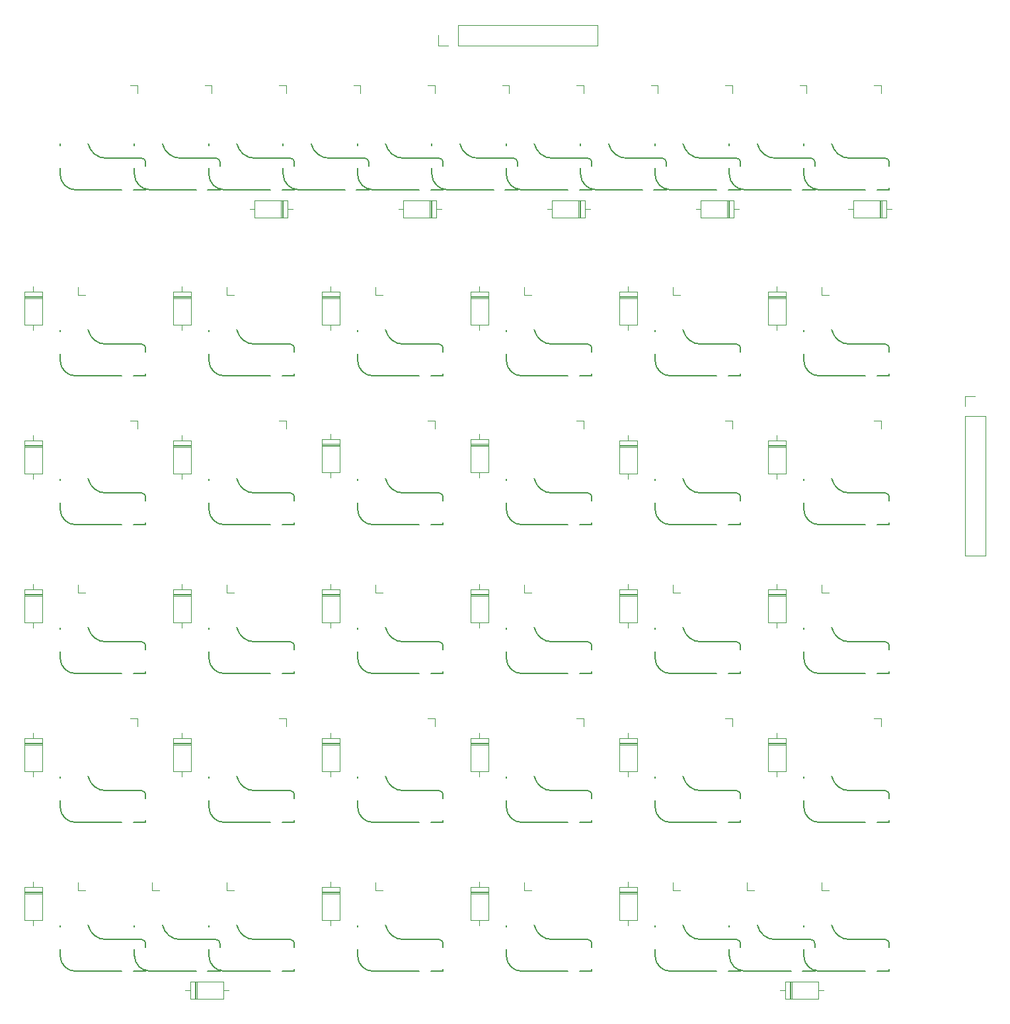
<source format=gbr>
%TF.GenerationSoftware,KiCad,Pcbnew,(6.0.9)*%
%TF.CreationDate,2022-11-26T17:52:30+01:00*%
%TF.ProjectId,tekskey,74656b73-6b65-4792-9e6b-696361645f70,rev?*%
%TF.SameCoordinates,Original*%
%TF.FileFunction,Legend,Top*%
%TF.FilePolarity,Positive*%
%FSLAX46Y46*%
G04 Gerber Fmt 4.6, Leading zero omitted, Abs format (unit mm)*
G04 Created by KiCad (PCBNEW (6.0.9)) date 2022-11-26 17:52:30*
%MOMM*%
%LPD*%
G01*
G04 APERTURE LIST*
%ADD10C,0.120000*%
%ADD11C,0.150000*%
G04 APERTURE END LIST*
D10*
%TO.C,LED10*%
X43825000Y-57650000D02*
X43825000Y-58650000D01*
X43825000Y-58650000D02*
X44725000Y-58650000D01*
D11*
%TO.C,SW10*%
X41539824Y-66180220D02*
X41539824Y-66980220D01*
X52489824Y-65900220D02*
X52489824Y-65430220D01*
X52489824Y-68980220D02*
X52489824Y-68750220D01*
X41539824Y-63330220D02*
X41539824Y-63090220D01*
X51989824Y-64930220D02*
X47425000Y-64930220D01*
X43539824Y-68980220D02*
X49439824Y-68980220D01*
X50939824Y-68980220D02*
X52489824Y-68980220D01*
X45130678Y-63090220D02*
G75*
G03*
X47425000Y-64930220I2293456J509332D01*
G01*
X52489824Y-65430220D02*
G75*
G03*
X51989824Y-64930220I-500001J-1D01*
G01*
X41539830Y-66980220D02*
G75*
G03*
X43539824Y-68980220I1999990J-10D01*
G01*
D10*
%TO.C,D1*%
X39220000Y-58805000D02*
X36980000Y-58805000D01*
X38100000Y-57555000D02*
X38100000Y-58205000D01*
X36980000Y-62445000D02*
X39220000Y-62445000D01*
X39220000Y-62445000D02*
X39220000Y-58205000D01*
X38100000Y-63095000D02*
X38100000Y-62445000D01*
X39220000Y-58205000D02*
X36980000Y-58205000D01*
X39220000Y-59045000D02*
X36980000Y-59045000D01*
X39220000Y-58925000D02*
X36980000Y-58925000D01*
X36980000Y-58205000D02*
X36980000Y-62445000D01*
D11*
%TO.C,SW51B1*%
X62014824Y-145180220D02*
X62014824Y-144950220D01*
X62014824Y-142100220D02*
X62014824Y-141630220D01*
X60464824Y-145180220D02*
X62014824Y-145180220D01*
X51064824Y-139530220D02*
X51064824Y-139290220D01*
X51064824Y-142380220D02*
X51064824Y-143180220D01*
X53064824Y-145180220D02*
X58964824Y-145180220D01*
X61514824Y-141130220D02*
X56950000Y-141130220D01*
X51064820Y-143180220D02*
G75*
G03*
X53064824Y-145180220I2000000J0D01*
G01*
X54655678Y-139290220D02*
G75*
G03*
X56950000Y-141130220I2293456J509332D01*
G01*
X62014824Y-141630220D02*
G75*
G03*
X61514824Y-141130220I-500001J-1D01*
G01*
D10*
%TO.C,LED54*%
X120025000Y-134850000D02*
X120925000Y-134850000D01*
X120025000Y-133850000D02*
X120025000Y-134850000D01*
%TO.C,D22*%
X96370000Y-115955000D02*
X94130000Y-115955000D01*
X94130000Y-115355000D02*
X94130000Y-119595000D01*
X96370000Y-116195000D02*
X94130000Y-116195000D01*
X94130000Y-119595000D02*
X96370000Y-119595000D01*
X96370000Y-115355000D02*
X94130000Y-115355000D01*
X96370000Y-119595000D02*
X96370000Y-115355000D01*
X96370000Y-116075000D02*
X94130000Y-116075000D01*
X95250000Y-120245000D02*
X95250000Y-119595000D01*
X95250000Y-114705000D02*
X95250000Y-115355000D01*
%TO.C,D32*%
X70700000Y-46505000D02*
X66460000Y-46505000D01*
X70100000Y-48745000D02*
X70100000Y-46505000D01*
X71350000Y-47625000D02*
X70700000Y-47625000D01*
X66460000Y-46505000D02*
X66460000Y-48745000D01*
X69860000Y-48745000D02*
X69860000Y-46505000D01*
X65810000Y-47625000D02*
X66460000Y-47625000D01*
X69980000Y-48745000D02*
X69980000Y-46505000D01*
X66460000Y-48745000D02*
X70700000Y-48745000D01*
X70700000Y-48745000D02*
X70700000Y-46505000D01*
%TO.C,LED32*%
X81925000Y-96750000D02*
X82825000Y-96750000D01*
X81925000Y-95750000D02*
X81925000Y-96750000D01*
%TO.C,LED1B1*%
X80000000Y-31837500D02*
X79100000Y-31837500D01*
X80000000Y-32837500D02*
X80000000Y-31837500D01*
%TO.C,LED34*%
X120025000Y-95750000D02*
X120025000Y-96750000D01*
X120025000Y-96750000D02*
X120925000Y-96750000D01*
%TO.C,D23*%
X113180000Y-115355000D02*
X113180000Y-119595000D01*
X114300000Y-120245000D02*
X114300000Y-119595000D01*
X115420000Y-116195000D02*
X113180000Y-116195000D01*
X113180000Y-119595000D02*
X115420000Y-119595000D01*
X115420000Y-115955000D02*
X113180000Y-115955000D01*
X115420000Y-119595000D02*
X115420000Y-115355000D01*
X115420000Y-115355000D02*
X113180000Y-115355000D01*
X114300000Y-114705000D02*
X114300000Y-115355000D01*
X115420000Y-116075000D02*
X113180000Y-116075000D01*
%TO.C,LED13*%
X100975000Y-57650000D02*
X100975000Y-58650000D01*
X100975000Y-58650000D02*
X101875000Y-58650000D01*
D11*
%TO.C,SW45*%
X146189824Y-126130220D02*
X147739824Y-126130220D01*
X138789824Y-126130220D02*
X144689824Y-126130220D01*
X147239824Y-122080220D02*
X142675000Y-122080220D01*
X147739824Y-123050220D02*
X147739824Y-122580220D01*
X136789824Y-120480220D02*
X136789824Y-120240220D01*
X136789824Y-123330220D02*
X136789824Y-124130220D01*
X147739824Y-126130220D02*
X147739824Y-125900220D01*
X136789820Y-124130220D02*
G75*
G03*
X138789824Y-126130220I2000000J0D01*
G01*
X147739824Y-122580220D02*
G75*
G03*
X147239824Y-122080220I-500001J-1D01*
G01*
X140380678Y-120240220D02*
G75*
G03*
X142675000Y-122080220I2293456J509332D01*
G01*
%TO.C,SW33*%
X98689824Y-104280220D02*
X98689824Y-105080220D01*
X108089824Y-107080220D02*
X109639824Y-107080220D01*
X109639824Y-107080220D02*
X109639824Y-106850220D01*
X100689824Y-107080220D02*
X106589824Y-107080220D01*
X109639824Y-104000220D02*
X109639824Y-103530220D01*
X98689824Y-101430220D02*
X98689824Y-101190220D01*
X109139824Y-103030220D02*
X104575000Y-103030220D01*
X102280678Y-101190220D02*
G75*
G03*
X104575000Y-103030220I2293456J509332D01*
G01*
X109639824Y-103530220D02*
G75*
G03*
X109139824Y-103030220I-500001J-1D01*
G01*
X98689820Y-105080220D02*
G75*
G03*
X100689824Y-107080220I2000000J0D01*
G01*
%TO.C,SW15*%
X147239824Y-64930220D02*
X142675000Y-64930220D01*
X136789824Y-63330220D02*
X136789824Y-63090220D01*
X146189824Y-68980220D02*
X147739824Y-68980220D01*
X147739824Y-65900220D02*
X147739824Y-65430220D01*
X138789824Y-68980220D02*
X144689824Y-68980220D01*
X147739824Y-68980220D02*
X147739824Y-68750220D01*
X136789824Y-66180220D02*
X136789824Y-66980220D01*
X147739824Y-65430220D02*
G75*
G03*
X147239824Y-64930220I-500001J-1D01*
G01*
X140380678Y-63090220D02*
G75*
G03*
X142675000Y-64930220I2293456J509332D01*
G01*
X136789830Y-66980220D02*
G75*
G03*
X138789824Y-68980220I1999990J-10D01*
G01*
D10*
%TO.C,LED55*%
X139075000Y-134850000D02*
X139975000Y-134850000D01*
X139075000Y-133850000D02*
X139075000Y-134850000D01*
D11*
%TO.C,SW13*%
X98689824Y-63330220D02*
X98689824Y-63090220D01*
X98689824Y-66180220D02*
X98689824Y-66980220D01*
X100689824Y-68980220D02*
X106589824Y-68980220D01*
X109639824Y-65900220D02*
X109639824Y-65430220D01*
X109139824Y-64930220D02*
X104575000Y-64930220D01*
X108089824Y-68980220D02*
X109639824Y-68980220D01*
X109639824Y-68980220D02*
X109639824Y-68750220D01*
X109639824Y-65430220D02*
G75*
G03*
X109139824Y-64930220I-500001J-1D01*
G01*
X98689820Y-66980220D02*
G75*
G03*
X100689824Y-68980220I2000000J0D01*
G01*
X102280678Y-63090220D02*
G75*
G03*
X104575000Y-64930220I2293456J509332D01*
G01*
D10*
%TO.C,D16*%
X96370000Y-100545000D02*
X96370000Y-96305000D01*
X96370000Y-97145000D02*
X94130000Y-97145000D01*
X96370000Y-96905000D02*
X94130000Y-96905000D01*
X95250000Y-101195000D02*
X95250000Y-100545000D01*
X95250000Y-95655000D02*
X95250000Y-96305000D01*
X96370000Y-96305000D02*
X94130000Y-96305000D01*
X94130000Y-100545000D02*
X96370000Y-100545000D01*
X94130000Y-96305000D02*
X94130000Y-100545000D01*
X96370000Y-97025000D02*
X94130000Y-97025000D01*
D11*
%TO.C,SW31*%
X71539824Y-107080220D02*
X71539824Y-106850220D01*
X71539824Y-104000220D02*
X71539824Y-103530220D01*
X71039824Y-103030220D02*
X66475000Y-103030220D01*
X60589824Y-104280220D02*
X60589824Y-105080220D01*
X60589824Y-101430220D02*
X60589824Y-101190220D01*
X69989824Y-107080220D02*
X71539824Y-107080220D01*
X62589824Y-107080220D02*
X68489824Y-107080220D01*
X71539824Y-103530220D02*
G75*
G03*
X71039824Y-103030220I-500001J-1D01*
G01*
X60589820Y-105080220D02*
G75*
G03*
X62589824Y-107080220I2000000J0D01*
G01*
X64180678Y-101190220D02*
G75*
G03*
X66475000Y-103030220I2293456J509332D01*
G01*
D10*
%TO.C,D19*%
X38100000Y-120245000D02*
X38100000Y-119595000D01*
X39220000Y-116195000D02*
X36980000Y-116195000D01*
X39220000Y-116075000D02*
X36980000Y-116075000D01*
X38100000Y-114705000D02*
X38100000Y-115355000D01*
X36980000Y-119595000D02*
X39220000Y-119595000D01*
X39220000Y-119595000D02*
X39220000Y-115355000D01*
X39220000Y-115955000D02*
X36980000Y-115955000D01*
X39220000Y-115355000D02*
X36980000Y-115355000D01*
X36980000Y-115355000D02*
X36980000Y-119595000D01*
D11*
%TO.C,SW51*%
X62589824Y-145180220D02*
X68489824Y-145180220D01*
X60589824Y-142380220D02*
X60589824Y-143180220D01*
X60589824Y-139530220D02*
X60589824Y-139290220D01*
X71039824Y-141130220D02*
X66475000Y-141130220D01*
X71539824Y-145180220D02*
X71539824Y-144950220D01*
X71539824Y-142100220D02*
X71539824Y-141630220D01*
X69989824Y-145180220D02*
X71539824Y-145180220D01*
X64180678Y-139290220D02*
G75*
G03*
X66475000Y-141130220I2293456J509332D01*
G01*
X71539824Y-141630220D02*
G75*
G03*
X71039824Y-141130220I-500001J-1D01*
G01*
X60589830Y-143180220D02*
G75*
G03*
X62589824Y-145180220I1999990J-10D01*
G01*
%TO.C,SW11*%
X62589824Y-68980220D02*
X68489824Y-68980220D01*
X69989824Y-68980220D02*
X71539824Y-68980220D01*
X71039824Y-64930220D02*
X66475000Y-64930220D01*
X60589824Y-66180220D02*
X60589824Y-66980220D01*
X71539824Y-65900220D02*
X71539824Y-65430220D01*
X71539824Y-68980220D02*
X71539824Y-68750220D01*
X60589824Y-63330220D02*
X60589824Y-63090220D01*
X64180678Y-63090220D02*
G75*
G03*
X66475000Y-64930220I2293456J509332D01*
G01*
X60589830Y-66980220D02*
G75*
G03*
X62589824Y-68980220I1999990J-10D01*
G01*
X71539824Y-65430220D02*
G75*
G03*
X71039824Y-64930220I-500001J-1D01*
G01*
%TO.C,SW3*%
X108089824Y-45167720D02*
X109639824Y-45167720D01*
X109639824Y-42087720D02*
X109639824Y-41617720D01*
X98689824Y-39517720D02*
X98689824Y-39277720D01*
X109139824Y-41117720D02*
X104575000Y-41117720D01*
X98689824Y-42367720D02*
X98689824Y-43167720D01*
X100689824Y-45167720D02*
X106589824Y-45167720D01*
X109639824Y-45167720D02*
X109639824Y-44937720D01*
X109639824Y-41617720D02*
G75*
G03*
X109139824Y-41117720I-500001J-1D01*
G01*
X102280678Y-39277720D02*
G75*
G03*
X104575000Y-41117720I2293456J509332D01*
G01*
X98689820Y-43167720D02*
G75*
G03*
X100689824Y-45167720I2000000J0D01*
G01*
D10*
%TO.C,LED53*%
X100975000Y-134850000D02*
X101875000Y-134850000D01*
X100975000Y-133850000D02*
X100975000Y-134850000D01*
D11*
%TO.C,SW0*%
X41539824Y-39517720D02*
X41539824Y-39277720D01*
X52489824Y-42087720D02*
X52489824Y-41617720D01*
X52489824Y-45167720D02*
X52489824Y-44937720D01*
X51989824Y-41117720D02*
X47425000Y-41117720D01*
X41539824Y-42367720D02*
X41539824Y-43167720D01*
X50939824Y-45167720D02*
X52489824Y-45167720D01*
X43539824Y-45167720D02*
X49439824Y-45167720D01*
X52489824Y-41617720D02*
G75*
G03*
X51989824Y-41117720I-500001J-1D01*
G01*
X45130678Y-39277720D02*
G75*
G03*
X47425000Y-41117720I2293456J509332D01*
G01*
X41539830Y-43167720D02*
G75*
G03*
X43539824Y-45167720I1999990J-10D01*
G01*
D10*
%TO.C,D20*%
X58270000Y-115355000D02*
X56030000Y-115355000D01*
X58270000Y-115955000D02*
X56030000Y-115955000D01*
X58270000Y-116075000D02*
X56030000Y-116075000D01*
X57150000Y-120245000D02*
X57150000Y-119595000D01*
X58270000Y-116195000D02*
X56030000Y-116195000D01*
X56030000Y-119595000D02*
X58270000Y-119595000D01*
X57150000Y-114705000D02*
X57150000Y-115355000D01*
X56030000Y-115355000D02*
X56030000Y-119595000D01*
X58270000Y-119595000D02*
X58270000Y-115355000D01*
%TO.C,D25*%
X39220000Y-135245000D02*
X36980000Y-135245000D01*
X39220000Y-135125000D02*
X36980000Y-135125000D01*
X39220000Y-135005000D02*
X36980000Y-135005000D01*
X39220000Y-134405000D02*
X36980000Y-134405000D01*
X36980000Y-138645000D02*
X39220000Y-138645000D01*
X39220000Y-138645000D02*
X39220000Y-134405000D01*
X36980000Y-134405000D02*
X36980000Y-138645000D01*
X38100000Y-139295000D02*
X38100000Y-138645000D01*
X38100000Y-133755000D02*
X38100000Y-134405000D01*
%TO.C,LED4*%
X127625000Y-31837500D02*
X126725000Y-31837500D01*
X127625000Y-32837500D02*
X127625000Y-31837500D01*
%TO.C,D36*%
X146536250Y-48745000D02*
X146536250Y-46505000D01*
X143136250Y-46505000D02*
X143136250Y-48745000D01*
X147376250Y-46505000D02*
X143136250Y-46505000D01*
X142486250Y-47625000D02*
X143136250Y-47625000D01*
X147376250Y-48745000D02*
X147376250Y-46505000D01*
X146656250Y-48745000D02*
X146656250Y-46505000D01*
X148026250Y-47625000D02*
X147376250Y-47625000D01*
X146776250Y-48745000D02*
X146776250Y-46505000D01*
X143136250Y-48745000D02*
X147376250Y-48745000D01*
%TO.C,LED2*%
X89525000Y-31837500D02*
X88625000Y-31837500D01*
X89525000Y-32837500D02*
X89525000Y-31837500D01*
D11*
%TO.C,SW52*%
X81639824Y-145180220D02*
X87539824Y-145180220D01*
X79639824Y-139530220D02*
X79639824Y-139290220D01*
X79639824Y-142380220D02*
X79639824Y-143180220D01*
X90589824Y-142100220D02*
X90589824Y-141630220D01*
X89039824Y-145180220D02*
X90589824Y-145180220D01*
X90089824Y-141130220D02*
X85525000Y-141130220D01*
X90589824Y-145180220D02*
X90589824Y-144950220D01*
X90589824Y-141630220D02*
G75*
G03*
X90089824Y-141130220I-500001J-1D01*
G01*
X83230678Y-139290220D02*
G75*
G03*
X85525000Y-141130220I2293456J509332D01*
G01*
X79639830Y-143180220D02*
G75*
G03*
X81639824Y-145180220I1999990J-10D01*
G01*
D10*
%TO.C,J2*%
X91281250Y-26730000D02*
X89951250Y-26730000D01*
X92551250Y-26730000D02*
X110391250Y-26730000D01*
X92551250Y-26730000D02*
X92551250Y-24070000D01*
X89951250Y-26730000D02*
X89951250Y-25400000D01*
X110391250Y-26730000D02*
X110391250Y-24070000D01*
X92551250Y-24070000D02*
X110391250Y-24070000D01*
D11*
%TO.C,SW34*%
X117739824Y-101430220D02*
X117739824Y-101190220D01*
X117739824Y-104280220D02*
X117739824Y-105080220D01*
X119739824Y-107080220D02*
X125639824Y-107080220D01*
X128189824Y-103030220D02*
X123625000Y-103030220D01*
X128689824Y-104000220D02*
X128689824Y-103530220D01*
X128689824Y-107080220D02*
X128689824Y-106850220D01*
X127139824Y-107080220D02*
X128689824Y-107080220D01*
X128689824Y-103530220D02*
G75*
G03*
X128189824Y-103030220I-500001J-1D01*
G01*
X121330678Y-101190220D02*
G75*
G03*
X123625000Y-103030220I2293456J509332D01*
G01*
X117739820Y-105080220D02*
G75*
G03*
X119739824Y-107080220I2000000J0D01*
G01*
%TO.C,SW50*%
X52489824Y-142100220D02*
X52489824Y-141630220D01*
X50939824Y-145180220D02*
X52489824Y-145180220D01*
X52489824Y-145180220D02*
X52489824Y-144950220D01*
X41539824Y-139530220D02*
X41539824Y-139290220D01*
X43539824Y-145180220D02*
X49439824Y-145180220D01*
X41539824Y-142380220D02*
X41539824Y-143180220D01*
X51989824Y-141130220D02*
X47425000Y-141130220D01*
X52489824Y-141630220D02*
G75*
G03*
X51989824Y-141130220I-500001J-1D01*
G01*
X45130678Y-139290220D02*
G75*
G03*
X47425000Y-141130220I2293456J509332D01*
G01*
X41539830Y-143180220D02*
G75*
G03*
X43539824Y-145180220I1999990J-10D01*
G01*
%TO.C,SW21*%
X60589824Y-85230220D02*
X60589824Y-86030220D01*
X69989824Y-88030220D02*
X71539824Y-88030220D01*
X62589824Y-88030220D02*
X68489824Y-88030220D01*
X71539824Y-88030220D02*
X71539824Y-87800220D01*
X71539824Y-84950220D02*
X71539824Y-84480220D01*
X60589824Y-82380220D02*
X60589824Y-82140220D01*
X71039824Y-83980220D02*
X66475000Y-83980220D01*
X64180678Y-82140220D02*
G75*
G03*
X66475000Y-83980220I2293456J509332D01*
G01*
X60589820Y-86030220D02*
G75*
G03*
X62589824Y-88030220I2000000J0D01*
G01*
X71539824Y-84480220D02*
G75*
G03*
X71039824Y-83980220I-500001J-1D01*
G01*
D10*
%TO.C,D13*%
X76200000Y-101195000D02*
X76200000Y-100545000D01*
X77320000Y-97025000D02*
X75080000Y-97025000D01*
X77320000Y-100545000D02*
X77320000Y-96305000D01*
X75080000Y-96305000D02*
X75080000Y-100545000D01*
X77320000Y-97145000D02*
X75080000Y-97145000D01*
X76200000Y-95655000D02*
X76200000Y-96305000D01*
X75080000Y-100545000D02*
X77320000Y-100545000D01*
X77320000Y-96905000D02*
X75080000Y-96905000D01*
X77320000Y-96305000D02*
X75080000Y-96305000D01*
%TO.C,D9*%
X77320000Y-77816250D02*
X75080000Y-77816250D01*
X75080000Y-77096250D02*
X75080000Y-81336250D01*
X76200000Y-81986250D02*
X76200000Y-81336250D01*
X77320000Y-77696250D02*
X75080000Y-77696250D01*
X77320000Y-81336250D02*
X77320000Y-77096250D01*
X77320000Y-77096250D02*
X75080000Y-77096250D01*
X77320000Y-77936250D02*
X75080000Y-77936250D01*
X75080000Y-81336250D02*
X77320000Y-81336250D01*
X76200000Y-76446250D02*
X76200000Y-77096250D01*
D11*
%TO.C,SW32*%
X90589824Y-104000220D02*
X90589824Y-103530220D01*
X90089824Y-103030220D02*
X85525000Y-103030220D01*
X90589824Y-107080220D02*
X90589824Y-106850220D01*
X79639824Y-101430220D02*
X79639824Y-101190220D01*
X79639824Y-104280220D02*
X79639824Y-105080220D01*
X81639824Y-107080220D02*
X87539824Y-107080220D01*
X89039824Y-107080220D02*
X90589824Y-107080220D01*
X79639820Y-105080220D02*
G75*
G03*
X81639824Y-107080220I2000000J0D01*
G01*
X83230678Y-101190220D02*
G75*
G03*
X85525000Y-103030220I2293456J509332D01*
G01*
X90589824Y-103530220D02*
G75*
G03*
X90089824Y-103030220I-500001J-1D01*
G01*
%TO.C,SW2*%
X90589824Y-42087720D02*
X90589824Y-41617720D01*
X90089824Y-41117720D02*
X85525000Y-41117720D01*
X81639824Y-45167720D02*
X87539824Y-45167720D01*
X79639824Y-42367720D02*
X79639824Y-43167720D01*
X79639824Y-39517720D02*
X79639824Y-39277720D01*
X90589824Y-45167720D02*
X90589824Y-44937720D01*
X89039824Y-45167720D02*
X90589824Y-45167720D01*
X79639830Y-43167720D02*
G75*
G03*
X81639824Y-45167720I1999990J-10D01*
G01*
X90589824Y-41617720D02*
G75*
G03*
X90089824Y-41117720I-500001J-1D01*
G01*
X83230678Y-39277720D02*
G75*
G03*
X85525000Y-41117720I2293456J509332D01*
G01*
D10*
%TO.C,LED12*%
X81925000Y-57650000D02*
X81925000Y-58650000D01*
X81925000Y-58650000D02*
X82825000Y-58650000D01*
%TO.C,LED11*%
X62875000Y-58650000D02*
X63775000Y-58650000D01*
X62875000Y-57650000D02*
X62875000Y-58650000D01*
%TO.C,LED6*%
X53350000Y-134850000D02*
X54250000Y-134850000D01*
X53350000Y-133850000D02*
X53350000Y-134850000D01*
%TO.C,LED0*%
X51425000Y-31837500D02*
X50525000Y-31837500D01*
X51425000Y-32837500D02*
X51425000Y-31837500D01*
D11*
%TO.C,SW54*%
X128689824Y-145180220D02*
X128689824Y-144950220D01*
X128689824Y-142100220D02*
X128689824Y-141630220D01*
X117739824Y-142380220D02*
X117739824Y-143180220D01*
X127139824Y-145180220D02*
X128689824Y-145180220D01*
X119739824Y-145180220D02*
X125639824Y-145180220D01*
X128189824Y-141130220D02*
X123625000Y-141130220D01*
X117739824Y-139530220D02*
X117739824Y-139290220D01*
X128689824Y-141630220D02*
G75*
G03*
X128189824Y-141130220I-500001J-1D01*
G01*
X121330678Y-139290220D02*
G75*
G03*
X123625000Y-141130220I2293456J509332D01*
G01*
X117739820Y-143180220D02*
G75*
G03*
X119739824Y-145180220I2000000J0D01*
G01*
D10*
%TO.C,LED41*%
X70475000Y-112800000D02*
X69575000Y-112800000D01*
X70475000Y-113800000D02*
X70475000Y-112800000D01*
%TO.C,LED24*%
X127625000Y-75700000D02*
X127625000Y-74700000D01*
X127625000Y-74700000D02*
X126725000Y-74700000D01*
D11*
%TO.C,SW3B1*%
X99614824Y-41117720D02*
X95050000Y-41117720D01*
X89164824Y-42367720D02*
X89164824Y-43167720D01*
X91164824Y-45167720D02*
X97064824Y-45167720D01*
X100114824Y-45167720D02*
X100114824Y-44937720D01*
X98564824Y-45167720D02*
X100114824Y-45167720D01*
X100114824Y-42087720D02*
X100114824Y-41617720D01*
X89164824Y-39517720D02*
X89164824Y-39277720D01*
X92755678Y-39277720D02*
G75*
G03*
X95050000Y-41117720I2293456J509332D01*
G01*
X100114824Y-41617720D02*
G75*
G03*
X99614824Y-41117720I-500001J-1D01*
G01*
X89164820Y-43167720D02*
G75*
G03*
X91164824Y-45167720I2000000J0D01*
G01*
%TO.C,SW2B1*%
X81064824Y-45167720D02*
X81064824Y-44937720D01*
X70114824Y-39517720D02*
X70114824Y-39277720D01*
X70114824Y-42367720D02*
X70114824Y-43167720D01*
X80564824Y-41117720D02*
X76000000Y-41117720D01*
X72114824Y-45167720D02*
X78014824Y-45167720D01*
X81064824Y-42087720D02*
X81064824Y-41617720D01*
X79514824Y-45167720D02*
X81064824Y-45167720D01*
X70114820Y-43167720D02*
G75*
G03*
X72114824Y-45167720I2000000J0D01*
G01*
X81064824Y-41617720D02*
G75*
G03*
X80564824Y-41117720I-500001J-1D01*
G01*
X73705678Y-39277720D02*
G75*
G03*
X76000000Y-41117720I2293456J509332D01*
G01*
D10*
%TO.C,D7*%
X39220000Y-78095000D02*
X36980000Y-78095000D01*
X39220000Y-81495000D02*
X39220000Y-77255000D01*
X36980000Y-77255000D02*
X36980000Y-81495000D01*
X38100000Y-76605000D02*
X38100000Y-77255000D01*
X38100000Y-82145000D02*
X38100000Y-81495000D01*
X36980000Y-81495000D02*
X39220000Y-81495000D01*
X39220000Y-77855000D02*
X36980000Y-77855000D01*
X39220000Y-77255000D02*
X36980000Y-77255000D01*
X39220000Y-77975000D02*
X36980000Y-77975000D01*
D11*
%TO.C,SW41*%
X71539824Y-126130220D02*
X71539824Y-125900220D01*
X62589824Y-126130220D02*
X68489824Y-126130220D01*
X71039824Y-122080220D02*
X66475000Y-122080220D01*
X69989824Y-126130220D02*
X71539824Y-126130220D01*
X71539824Y-123050220D02*
X71539824Y-122580220D01*
X60589824Y-120480220D02*
X60589824Y-120240220D01*
X60589824Y-123330220D02*
X60589824Y-124130220D01*
X64180678Y-120240220D02*
G75*
G03*
X66475000Y-122080220I2293456J509332D01*
G01*
X60589820Y-124130220D02*
G75*
G03*
X62589824Y-126130220I2000000J0D01*
G01*
X71539824Y-122580220D02*
G75*
G03*
X71039824Y-122080220I-500001J-1D01*
G01*
D10*
%TO.C,D26*%
X62445000Y-148757500D02*
X62445000Y-146517500D01*
X63095000Y-147637500D02*
X62445000Y-147637500D01*
X59045000Y-146517500D02*
X59045000Y-148757500D01*
X58205000Y-146517500D02*
X58205000Y-148757500D01*
X58925000Y-146517500D02*
X58925000Y-148757500D01*
X62445000Y-146517500D02*
X58205000Y-146517500D01*
X57555000Y-147637500D02*
X58205000Y-147637500D01*
X58205000Y-148757500D02*
X62445000Y-148757500D01*
X58805000Y-146517500D02*
X58805000Y-148757500D01*
%TO.C,D17*%
X113180000Y-100545000D02*
X115420000Y-100545000D01*
X115420000Y-96905000D02*
X113180000Y-96905000D01*
X115420000Y-96305000D02*
X113180000Y-96305000D01*
X114300000Y-101195000D02*
X114300000Y-100545000D01*
X115420000Y-100545000D02*
X115420000Y-96305000D01*
X115420000Y-97025000D02*
X113180000Y-97025000D01*
X115420000Y-97145000D02*
X113180000Y-97145000D01*
X114300000Y-95655000D02*
X114300000Y-96305000D01*
X113180000Y-96305000D02*
X113180000Y-100545000D01*
D11*
%TO.C,SW1*%
X71539824Y-45167720D02*
X71539824Y-44937720D01*
X69989824Y-45167720D02*
X71539824Y-45167720D01*
X71039824Y-41117720D02*
X66475000Y-41117720D01*
X60589824Y-39517720D02*
X60589824Y-39277720D01*
X60589824Y-42367720D02*
X60589824Y-43167720D01*
X71539824Y-42087720D02*
X71539824Y-41617720D01*
X62589824Y-45167720D02*
X68489824Y-45167720D01*
X64180678Y-39277720D02*
G75*
G03*
X66475000Y-41117720I2293456J509332D01*
G01*
X71539824Y-41617720D02*
G75*
G03*
X71039824Y-41117720I-500001J-1D01*
G01*
X60589830Y-43167720D02*
G75*
G03*
X62589824Y-45167720I1999990J-10D01*
G01*
D10*
%TO.C,D28*%
X96370000Y-138645000D02*
X96370000Y-134405000D01*
X96370000Y-135005000D02*
X94130000Y-135005000D01*
X95250000Y-133755000D02*
X95250000Y-134405000D01*
X96370000Y-134405000D02*
X94130000Y-134405000D01*
X94130000Y-138645000D02*
X96370000Y-138645000D01*
X94130000Y-134405000D02*
X94130000Y-138645000D01*
X95250000Y-139295000D02*
X95250000Y-138645000D01*
X96370000Y-135245000D02*
X94130000Y-135245000D01*
X96370000Y-135125000D02*
X94130000Y-135125000D01*
%TO.C,D35*%
X123610000Y-46505000D02*
X123610000Y-48745000D01*
X122960000Y-47625000D02*
X123610000Y-47625000D01*
X127850000Y-46505000D02*
X123610000Y-46505000D01*
X127130000Y-48745000D02*
X127130000Y-46505000D01*
X123610000Y-48745000D02*
X127850000Y-48745000D01*
X127010000Y-48745000D02*
X127010000Y-46505000D01*
X128500000Y-47625000D02*
X127850000Y-47625000D01*
X127850000Y-48745000D02*
X127850000Y-46505000D01*
X127250000Y-48745000D02*
X127250000Y-46505000D01*
%TO.C,D4*%
X96370000Y-58805000D02*
X94130000Y-58805000D01*
X95250000Y-63095000D02*
X95250000Y-62445000D01*
X96370000Y-58925000D02*
X94130000Y-58925000D01*
X94130000Y-62445000D02*
X96370000Y-62445000D01*
X95250000Y-57555000D02*
X95250000Y-58205000D01*
X96370000Y-58205000D02*
X94130000Y-58205000D01*
X94130000Y-58205000D02*
X94130000Y-62445000D01*
X96370000Y-59045000D02*
X94130000Y-59045000D01*
X96370000Y-62445000D02*
X96370000Y-58205000D01*
D11*
%TO.C,SW55B1*%
X137714824Y-141130220D02*
X133150000Y-141130220D01*
X127264824Y-139530220D02*
X127264824Y-139290220D01*
X138214824Y-142100220D02*
X138214824Y-141630220D01*
X136664824Y-145180220D02*
X138214824Y-145180220D01*
X129264824Y-145180220D02*
X135164824Y-145180220D01*
X127264824Y-142380220D02*
X127264824Y-143180220D01*
X138214824Y-145180220D02*
X138214824Y-144950220D01*
X127264820Y-143180220D02*
G75*
G03*
X129264824Y-145180220I2000000J0D01*
G01*
X138214824Y-141630220D02*
G75*
G03*
X137714824Y-141130220I-500001J-1D01*
G01*
X130855678Y-139290220D02*
G75*
G03*
X133150000Y-141130220I2293456J509332D01*
G01*
D10*
%TO.C,LED31*%
X62875000Y-96750000D02*
X63775000Y-96750000D01*
X62875000Y-95750000D02*
X62875000Y-96750000D01*
D11*
%TO.C,SW25*%
X136789824Y-82380220D02*
X136789824Y-82140220D01*
X147239824Y-83980220D02*
X142675000Y-83980220D01*
X138789824Y-88030220D02*
X144689824Y-88030220D01*
X147739824Y-88030220D02*
X147739824Y-87800220D01*
X136789824Y-85230220D02*
X136789824Y-86030220D01*
X147739824Y-84950220D02*
X147739824Y-84480220D01*
X146189824Y-88030220D02*
X147739824Y-88030220D01*
X147739824Y-84480220D02*
G75*
G03*
X147239824Y-83980220I-500001J-1D01*
G01*
X140380678Y-82140220D02*
G75*
G03*
X142675000Y-83980220I2293456J509332D01*
G01*
X136789820Y-86030220D02*
G75*
G03*
X138789824Y-88030220I2000000J0D01*
G01*
D10*
%TO.C,D3*%
X76200000Y-57555000D02*
X76200000Y-58205000D01*
X77320000Y-58925000D02*
X75080000Y-58925000D01*
X77320000Y-58205000D02*
X75080000Y-58205000D01*
X76200000Y-63095000D02*
X76200000Y-62445000D01*
X75080000Y-58205000D02*
X75080000Y-62445000D01*
X77320000Y-62445000D02*
X77320000Y-58205000D01*
X75080000Y-62445000D02*
X77320000Y-62445000D01*
X77320000Y-59045000D02*
X75080000Y-59045000D01*
X77320000Y-58805000D02*
X75080000Y-58805000D01*
%TO.C,LED1*%
X70475000Y-31837500D02*
X69575000Y-31837500D01*
X70475000Y-32837500D02*
X70475000Y-31837500D01*
%TO.C,D6*%
X134470000Y-58805000D02*
X132230000Y-58805000D01*
X134470000Y-58925000D02*
X132230000Y-58925000D01*
X134470000Y-59045000D02*
X132230000Y-59045000D01*
X132230000Y-62445000D02*
X134470000Y-62445000D01*
X133350000Y-63095000D02*
X133350000Y-62445000D01*
X134470000Y-58205000D02*
X132230000Y-58205000D01*
X134470000Y-62445000D02*
X134470000Y-58205000D01*
X132230000Y-58205000D02*
X132230000Y-62445000D01*
X133350000Y-57555000D02*
X133350000Y-58205000D01*
%TO.C,D18*%
X134470000Y-97145000D02*
X132230000Y-97145000D01*
X134470000Y-100545000D02*
X134470000Y-96305000D01*
X134470000Y-97025000D02*
X132230000Y-97025000D01*
X134470000Y-96905000D02*
X132230000Y-96905000D01*
X133350000Y-101195000D02*
X133350000Y-100545000D01*
X132230000Y-96305000D02*
X132230000Y-100545000D01*
X134470000Y-96305000D02*
X132230000Y-96305000D01*
X132230000Y-100545000D02*
X134470000Y-100545000D01*
X133350000Y-95655000D02*
X133350000Y-96305000D01*
%TO.C,LED21*%
X70475000Y-74700000D02*
X69575000Y-74700000D01*
X70475000Y-75700000D02*
X70475000Y-74700000D01*
%TO.C,D34*%
X108800000Y-46505000D02*
X104560000Y-46505000D01*
X108800000Y-48745000D02*
X108800000Y-46505000D01*
X107960000Y-48745000D02*
X107960000Y-46505000D01*
X104560000Y-48745000D02*
X108800000Y-48745000D01*
X108080000Y-48745000D02*
X108080000Y-46505000D01*
X108200000Y-48745000D02*
X108200000Y-46505000D01*
X103910000Y-47625000D02*
X104560000Y-47625000D01*
X104560000Y-46505000D02*
X104560000Y-48745000D01*
X109450000Y-47625000D02*
X108800000Y-47625000D01*
%TO.C,LED51*%
X62875000Y-134850000D02*
X63775000Y-134850000D01*
X62875000Y-133850000D02*
X62875000Y-134850000D01*
%TO.C,LED25*%
X146675000Y-75700000D02*
X146675000Y-74700000D01*
X146675000Y-74700000D02*
X145775000Y-74700000D01*
D11*
%TO.C,SW4B1*%
X108214824Y-39517720D02*
X108214824Y-39277720D01*
X119164824Y-42087720D02*
X119164824Y-41617720D01*
X108214824Y-42367720D02*
X108214824Y-43167720D01*
X110214824Y-45167720D02*
X116114824Y-45167720D01*
X119164824Y-45167720D02*
X119164824Y-44937720D01*
X117614824Y-45167720D02*
X119164824Y-45167720D01*
X118664824Y-41117720D02*
X114100000Y-41117720D01*
X119164824Y-41617720D02*
G75*
G03*
X118664824Y-41117720I-500001J-1D01*
G01*
X111805678Y-39277720D02*
G75*
G03*
X114100000Y-41117720I2293456J509332D01*
G01*
X108214820Y-43167720D02*
G75*
G03*
X110214824Y-45167720I2000000J0D01*
G01*
D10*
%TO.C,LED23*%
X108575000Y-74700000D02*
X107675000Y-74700000D01*
X108575000Y-75700000D02*
X108575000Y-74700000D01*
D11*
%TO.C,SW5*%
X147739824Y-45167720D02*
X147739824Y-44937720D01*
X146189824Y-45167720D02*
X147739824Y-45167720D01*
X136789824Y-39517720D02*
X136789824Y-39277720D01*
X136789824Y-42367720D02*
X136789824Y-43167720D01*
X138789824Y-45167720D02*
X144689824Y-45167720D01*
X147239824Y-41117720D02*
X142675000Y-41117720D01*
X147739824Y-42087720D02*
X147739824Y-41617720D01*
X140380678Y-39277720D02*
G75*
G03*
X142675000Y-41117720I2293456J509332D01*
G01*
X136789830Y-43167720D02*
G75*
G03*
X138789824Y-45167720I1999990J-10D01*
G01*
X147739824Y-41617720D02*
G75*
G03*
X147239824Y-41117720I-500001J-1D01*
G01*
D10*
%TO.C,LED40*%
X51425000Y-113800000D02*
X51425000Y-112800000D01*
X51425000Y-112800000D02*
X50525000Y-112800000D01*
%TO.C,D2*%
X56030000Y-62445000D02*
X58270000Y-62445000D01*
X58270000Y-58205000D02*
X56030000Y-58205000D01*
X58270000Y-58805000D02*
X56030000Y-58805000D01*
X58270000Y-58925000D02*
X56030000Y-58925000D01*
X58270000Y-62445000D02*
X58270000Y-58205000D01*
X56030000Y-58205000D02*
X56030000Y-62445000D01*
X58270000Y-59045000D02*
X56030000Y-59045000D01*
X57150000Y-63095000D02*
X57150000Y-62445000D01*
X57150000Y-57555000D02*
X57150000Y-58205000D01*
%TO.C,D30*%
X135245000Y-146517500D02*
X135245000Y-148757500D01*
X134405000Y-148757500D02*
X138645000Y-148757500D01*
X138645000Y-148757500D02*
X138645000Y-146517500D01*
X135125000Y-146517500D02*
X135125000Y-148757500D01*
X135005000Y-146517500D02*
X135005000Y-148757500D01*
X139295000Y-147637500D02*
X138645000Y-147637500D01*
X134405000Y-146517500D02*
X134405000Y-148757500D01*
X138645000Y-146517500D02*
X134405000Y-146517500D01*
X133755000Y-147637500D02*
X134405000Y-147637500D01*
%TO.C,LED7*%
X129550000Y-134850000D02*
X130450000Y-134850000D01*
X129550000Y-133850000D02*
X129550000Y-134850000D01*
D11*
%TO.C,SW20*%
X50939824Y-88030220D02*
X52489824Y-88030220D01*
X41539824Y-85230220D02*
X41539824Y-86030220D01*
X52489824Y-84950220D02*
X52489824Y-84480220D01*
X41539824Y-82380220D02*
X41539824Y-82140220D01*
X43539824Y-88030220D02*
X49439824Y-88030220D01*
X51989824Y-83980220D02*
X47425000Y-83980220D01*
X52489824Y-88030220D02*
X52489824Y-87800220D01*
X45130678Y-82140220D02*
G75*
G03*
X47425000Y-83980220I2293456J509332D01*
G01*
X52489824Y-84480220D02*
G75*
G03*
X51989824Y-83980220I-500001J-1D01*
G01*
X41539820Y-86030220D02*
G75*
G03*
X43539824Y-88030220I2000000J0D01*
G01*
D10*
%TO.C,LED3B1*%
X118100000Y-32837500D02*
X118100000Y-31837500D01*
X118100000Y-31837500D02*
X117200000Y-31837500D01*
%TO.C,D29*%
X114300000Y-133755000D02*
X114300000Y-134405000D01*
X115420000Y-135125000D02*
X113180000Y-135125000D01*
X114300000Y-139295000D02*
X114300000Y-138645000D01*
X115420000Y-135005000D02*
X113180000Y-135005000D01*
X113180000Y-138645000D02*
X115420000Y-138645000D01*
X113180000Y-134405000D02*
X113180000Y-138645000D01*
X115420000Y-138645000D02*
X115420000Y-134405000D01*
X115420000Y-135245000D02*
X113180000Y-135245000D01*
X115420000Y-134405000D02*
X113180000Y-134405000D01*
D11*
%TO.C,SW1B1*%
X61514824Y-41117720D02*
X56950000Y-41117720D01*
X62014824Y-42087720D02*
X62014824Y-41617720D01*
X53064824Y-45167720D02*
X58964824Y-45167720D01*
X62014824Y-45167720D02*
X62014824Y-44937720D01*
X51064824Y-42367720D02*
X51064824Y-43167720D01*
X60464824Y-45167720D02*
X62014824Y-45167720D01*
X51064824Y-39517720D02*
X51064824Y-39277720D01*
X54655678Y-39277720D02*
G75*
G03*
X56950000Y-41117720I2293456J509332D01*
G01*
X62014824Y-41617720D02*
G75*
G03*
X61514824Y-41117720I-500001J-1D01*
G01*
X51064830Y-43167720D02*
G75*
G03*
X53064824Y-45167720I1999990J-10D01*
G01*
D10*
%TO.C,LED5*%
X146675000Y-32837500D02*
X146675000Y-31837500D01*
X146675000Y-31837500D02*
X145775000Y-31837500D01*
D11*
%TO.C,SW4*%
X117739824Y-42367720D02*
X117739824Y-43167720D01*
X119739824Y-45167720D02*
X125639824Y-45167720D01*
X128189824Y-41117720D02*
X123625000Y-41117720D01*
X117739824Y-39517720D02*
X117739824Y-39277720D01*
X128689824Y-45167720D02*
X128689824Y-44937720D01*
X127139824Y-45167720D02*
X128689824Y-45167720D01*
X128689824Y-42087720D02*
X128689824Y-41617720D01*
X117739820Y-43167720D02*
G75*
G03*
X119739824Y-45167720I2000000J0D01*
G01*
X128689824Y-41617720D02*
G75*
G03*
X128189824Y-41117720I-500001J-1D01*
G01*
X121330678Y-39277720D02*
G75*
G03*
X123625000Y-41117720I2293456J509332D01*
G01*
D10*
%TO.C,D33*%
X85510000Y-46505000D02*
X85510000Y-48745000D01*
X89750000Y-46505000D02*
X85510000Y-46505000D01*
X90400000Y-47625000D02*
X89750000Y-47625000D01*
X89150000Y-48745000D02*
X89150000Y-46505000D01*
X89030000Y-48745000D02*
X89030000Y-46505000D01*
X89750000Y-48745000D02*
X89750000Y-46505000D01*
X84860000Y-47625000D02*
X85510000Y-47625000D01*
X88910000Y-48745000D02*
X88910000Y-46505000D01*
X85510000Y-48745000D02*
X89750000Y-48745000D01*
%TO.C,LED0B1*%
X60950000Y-31837500D02*
X60050000Y-31837500D01*
X60950000Y-32837500D02*
X60950000Y-31837500D01*
%TO.C,LED3*%
X108575000Y-31837500D02*
X107675000Y-31837500D01*
X108575000Y-32837500D02*
X108575000Y-31837500D01*
D11*
%TO.C,SW5B1*%
X138214824Y-42087720D02*
X138214824Y-41617720D01*
X127264824Y-42367720D02*
X127264824Y-43167720D01*
X137714824Y-41117720D02*
X133150000Y-41117720D01*
X127264824Y-39517720D02*
X127264824Y-39277720D01*
X136664824Y-45167720D02*
X138214824Y-45167720D01*
X129264824Y-45167720D02*
X135164824Y-45167720D01*
X138214824Y-45167720D02*
X138214824Y-44937720D01*
X138214824Y-41617720D02*
G75*
G03*
X137714824Y-41117720I-500001J-1D01*
G01*
X130855678Y-39277720D02*
G75*
G03*
X133150000Y-41117720I2293456J509332D01*
G01*
X127264820Y-43167720D02*
G75*
G03*
X129264824Y-45167720I2000000J0D01*
G01*
%TO.C,SW30*%
X52489824Y-104000220D02*
X52489824Y-103530220D01*
X51989824Y-103030220D02*
X47425000Y-103030220D01*
X41539824Y-104280220D02*
X41539824Y-105080220D01*
X43539824Y-107080220D02*
X49439824Y-107080220D01*
X50939824Y-107080220D02*
X52489824Y-107080220D01*
X52489824Y-107080220D02*
X52489824Y-106850220D01*
X41539824Y-101430220D02*
X41539824Y-101190220D01*
X41539820Y-105080220D02*
G75*
G03*
X43539824Y-107080220I2000000J0D01*
G01*
X52489824Y-103530220D02*
G75*
G03*
X51989824Y-103030220I-500001J-1D01*
G01*
X45130678Y-101190220D02*
G75*
G03*
X47425000Y-103030220I2293456J509332D01*
G01*
D10*
%TO.C,D27*%
X77320000Y-135125000D02*
X75080000Y-135125000D01*
X77320000Y-134405000D02*
X75080000Y-134405000D01*
X75080000Y-138645000D02*
X77320000Y-138645000D01*
X77320000Y-135005000D02*
X75080000Y-135005000D01*
X76200000Y-133755000D02*
X76200000Y-134405000D01*
X77320000Y-135245000D02*
X75080000Y-135245000D01*
X75080000Y-134405000D02*
X75080000Y-138645000D01*
X76200000Y-139295000D02*
X76200000Y-138645000D01*
X77320000Y-138645000D02*
X77320000Y-134405000D01*
%TO.C,LED42*%
X89525000Y-112800000D02*
X88625000Y-112800000D01*
X89525000Y-113800000D02*
X89525000Y-112800000D01*
%TO.C,LED52*%
X81925000Y-134850000D02*
X82825000Y-134850000D01*
X81925000Y-133850000D02*
X81925000Y-134850000D01*
%TO.C,LED2B1*%
X99050000Y-31837500D02*
X98150000Y-31837500D01*
X99050000Y-32837500D02*
X99050000Y-31837500D01*
D11*
%TO.C,SW42*%
X79639824Y-120480220D02*
X79639824Y-120240220D01*
X81639824Y-126130220D02*
X87539824Y-126130220D01*
X79639824Y-123330220D02*
X79639824Y-124130220D01*
X90089824Y-122080220D02*
X85525000Y-122080220D01*
X89039824Y-126130220D02*
X90589824Y-126130220D01*
X90589824Y-123050220D02*
X90589824Y-122580220D01*
X90589824Y-126130220D02*
X90589824Y-125900220D01*
X79639820Y-124130220D02*
G75*
G03*
X81639824Y-126130220I2000000J0D01*
G01*
X90589824Y-122580220D02*
G75*
G03*
X90089824Y-122080220I-500001J-1D01*
G01*
X83230678Y-120240220D02*
G75*
G03*
X85525000Y-122080220I2293456J509332D01*
G01*
D10*
%TO.C,LED33*%
X100975000Y-96750000D02*
X101875000Y-96750000D01*
X100975000Y-95750000D02*
X100975000Y-96750000D01*
D11*
%TO.C,SW55*%
X147739824Y-145180220D02*
X147739824Y-144950220D01*
X147239824Y-141130220D02*
X142675000Y-141130220D01*
X147739824Y-142100220D02*
X147739824Y-141630220D01*
X136789824Y-139530220D02*
X136789824Y-139290220D01*
X146189824Y-145180220D02*
X147739824Y-145180220D01*
X138789824Y-145180220D02*
X144689824Y-145180220D01*
X136789824Y-142380220D02*
X136789824Y-143180220D01*
X136789830Y-143180220D02*
G75*
G03*
X138789824Y-145180220I1999990J-10D01*
G01*
X147739824Y-141630220D02*
G75*
G03*
X147239824Y-141130220I-500001J-1D01*
G01*
X140380678Y-139290220D02*
G75*
G03*
X142675000Y-141130220I2293456J509332D01*
G01*
%TO.C,SW24*%
X128189824Y-83980220D02*
X123625000Y-83980220D01*
X117739824Y-85230220D02*
X117739824Y-86030220D01*
X127139824Y-88030220D02*
X128689824Y-88030220D01*
X119739824Y-88030220D02*
X125639824Y-88030220D01*
X128689824Y-84950220D02*
X128689824Y-84480220D01*
X117739824Y-82380220D02*
X117739824Y-82140220D01*
X128689824Y-88030220D02*
X128689824Y-87800220D01*
X128689824Y-84480220D02*
G75*
G03*
X128189824Y-83980220I-500001J-1D01*
G01*
X117739820Y-86030220D02*
G75*
G03*
X119739824Y-88030220I2000000J0D01*
G01*
X121330678Y-82140220D02*
G75*
G03*
X123625000Y-83980220I2293456J509332D01*
G01*
%TO.C,SW40*%
X43539824Y-126130220D02*
X49439824Y-126130220D01*
X51989824Y-122080220D02*
X47425000Y-122080220D01*
X41539824Y-120480220D02*
X41539824Y-120240220D01*
X50939824Y-126130220D02*
X52489824Y-126130220D01*
X52489824Y-126130220D02*
X52489824Y-125900220D01*
X41539824Y-123330220D02*
X41539824Y-124130220D01*
X52489824Y-123050220D02*
X52489824Y-122580220D01*
X52489824Y-122580220D02*
G75*
G03*
X51989824Y-122080220I-500001J-1D01*
G01*
X41539820Y-124130220D02*
G75*
G03*
X43539824Y-126130220I2000000J0D01*
G01*
X45130678Y-120240220D02*
G75*
G03*
X47425000Y-122080220I2293456J509332D01*
G01*
D10*
%TO.C,D5*%
X115420000Y-62445000D02*
X115420000Y-58205000D01*
X113180000Y-62445000D02*
X115420000Y-62445000D01*
X114300000Y-63095000D02*
X114300000Y-62445000D01*
X114300000Y-57555000D02*
X114300000Y-58205000D01*
X115420000Y-59045000D02*
X113180000Y-59045000D01*
X115420000Y-58925000D02*
X113180000Y-58925000D01*
X113180000Y-58205000D02*
X113180000Y-62445000D01*
X115420000Y-58205000D02*
X113180000Y-58205000D01*
X115420000Y-58805000D02*
X113180000Y-58805000D01*
D11*
%TO.C,SW14*%
X117739824Y-63330220D02*
X117739824Y-63090220D01*
X128689824Y-65900220D02*
X128689824Y-65430220D01*
X128689824Y-68980220D02*
X128689824Y-68750220D01*
X128189824Y-64930220D02*
X123625000Y-64930220D01*
X127139824Y-68980220D02*
X128689824Y-68980220D01*
X117739824Y-66180220D02*
X117739824Y-66980220D01*
X119739824Y-68980220D02*
X125639824Y-68980220D01*
X121330678Y-63090220D02*
G75*
G03*
X123625000Y-64930220I2293456J509332D01*
G01*
X128689824Y-65430220D02*
G75*
G03*
X128189824Y-64930220I-500001J-1D01*
G01*
X117739820Y-66980220D02*
G75*
G03*
X119739824Y-68980220I2000000J0D01*
G01*
D10*
%TO.C,LED35*%
X139075000Y-96750000D02*
X139975000Y-96750000D01*
X139075000Y-95750000D02*
X139075000Y-96750000D01*
%TO.C,D10*%
X96370000Y-77096250D02*
X94130000Y-77096250D01*
X96370000Y-77936250D02*
X94130000Y-77936250D01*
X94130000Y-77096250D02*
X94130000Y-81336250D01*
X96370000Y-81336250D02*
X96370000Y-77096250D01*
X94130000Y-81336250D02*
X96370000Y-81336250D01*
X95250000Y-76446250D02*
X95250000Y-77096250D01*
X96370000Y-77816250D02*
X94130000Y-77816250D01*
X95250000Y-81986250D02*
X95250000Y-81336250D01*
X96370000Y-77696250D02*
X94130000Y-77696250D01*
%TO.C,D15*%
X58270000Y-97025000D02*
X56030000Y-97025000D01*
X56030000Y-100545000D02*
X58270000Y-100545000D01*
X58270000Y-96305000D02*
X56030000Y-96305000D01*
X58270000Y-97145000D02*
X56030000Y-97145000D01*
X57150000Y-95655000D02*
X57150000Y-96305000D01*
X57150000Y-101195000D02*
X57150000Y-100545000D01*
X56030000Y-96305000D02*
X56030000Y-100545000D01*
X58270000Y-96905000D02*
X56030000Y-96905000D01*
X58270000Y-100545000D02*
X58270000Y-96305000D01*
D11*
%TO.C,SW44*%
X119739824Y-126130220D02*
X125639824Y-126130220D01*
X128689824Y-123050220D02*
X128689824Y-122580220D01*
X117739824Y-120480220D02*
X117739824Y-120240220D01*
X117739824Y-123330220D02*
X117739824Y-124130220D01*
X128189824Y-122080220D02*
X123625000Y-122080220D01*
X127139824Y-126130220D02*
X128689824Y-126130220D01*
X128689824Y-126130220D02*
X128689824Y-125900220D01*
X128689824Y-122580220D02*
G75*
G03*
X128189824Y-122080220I-500001J-1D01*
G01*
X121330678Y-120240220D02*
G75*
G03*
X123625000Y-122080220I2293456J509332D01*
G01*
X117739820Y-124130220D02*
G75*
G03*
X119739824Y-126130220I2000000J0D01*
G01*
D10*
%TO.C,D21*%
X76200000Y-120245000D02*
X76200000Y-119595000D01*
X77320000Y-116195000D02*
X75080000Y-116195000D01*
X77320000Y-115955000D02*
X75080000Y-115955000D01*
X75080000Y-119595000D02*
X77320000Y-119595000D01*
X76200000Y-114705000D02*
X76200000Y-115355000D01*
X77320000Y-119595000D02*
X77320000Y-115355000D01*
X77320000Y-116075000D02*
X75080000Y-116075000D01*
X75080000Y-115355000D02*
X75080000Y-119595000D01*
X77320000Y-115355000D02*
X75080000Y-115355000D01*
%TO.C,LED14*%
X120025000Y-57650000D02*
X120025000Y-58650000D01*
X120025000Y-58650000D02*
X120925000Y-58650000D01*
%TO.C,J1*%
X157420000Y-71551250D02*
X158750000Y-71551250D01*
X157420000Y-74151250D02*
X157420000Y-91991250D01*
X157420000Y-91991250D02*
X160080000Y-91991250D01*
X157420000Y-74151250D02*
X160080000Y-74151250D01*
X160080000Y-74151250D02*
X160080000Y-91991250D01*
X157420000Y-72881250D02*
X157420000Y-71551250D01*
D11*
%TO.C,SW23*%
X108089824Y-88030220D02*
X109639824Y-88030220D01*
X98689824Y-85230220D02*
X98689824Y-86030220D01*
X109639824Y-84950220D02*
X109639824Y-84480220D01*
X98689824Y-82380220D02*
X98689824Y-82140220D01*
X100689824Y-88030220D02*
X106589824Y-88030220D01*
X109139824Y-83980220D02*
X104575000Y-83980220D01*
X109639824Y-88030220D02*
X109639824Y-87800220D01*
X98689820Y-86030220D02*
G75*
G03*
X100689824Y-88030220I2000000J0D01*
G01*
X109639824Y-84480220D02*
G75*
G03*
X109139824Y-83980220I-500001J-1D01*
G01*
X102280678Y-82140220D02*
G75*
G03*
X104575000Y-83980220I2293456J509332D01*
G01*
D10*
%TO.C,LED43*%
X108575000Y-112800000D02*
X107675000Y-112800000D01*
X108575000Y-113800000D02*
X108575000Y-112800000D01*
%TO.C,D24*%
X134470000Y-116195000D02*
X132230000Y-116195000D01*
X134470000Y-119595000D02*
X134470000Y-115355000D01*
X133350000Y-114705000D02*
X133350000Y-115355000D01*
X134470000Y-115955000D02*
X132230000Y-115955000D01*
X134470000Y-116075000D02*
X132230000Y-116075000D01*
X133350000Y-120245000D02*
X133350000Y-119595000D01*
X132230000Y-115355000D02*
X132230000Y-119595000D01*
X134470000Y-115355000D02*
X132230000Y-115355000D01*
X132230000Y-119595000D02*
X134470000Y-119595000D01*
%TO.C,LED4B1*%
X137150000Y-32837500D02*
X137150000Y-31837500D01*
X137150000Y-31837500D02*
X136250000Y-31837500D01*
%TO.C,D8*%
X56030000Y-81495000D02*
X58270000Y-81495000D01*
X58270000Y-77975000D02*
X56030000Y-77975000D01*
X58270000Y-77855000D02*
X56030000Y-77855000D01*
X58270000Y-81495000D02*
X58270000Y-77255000D01*
X58270000Y-77255000D02*
X56030000Y-77255000D01*
X57150000Y-82145000D02*
X57150000Y-81495000D01*
X57150000Y-76605000D02*
X57150000Y-77255000D01*
X58270000Y-78095000D02*
X56030000Y-78095000D01*
X56030000Y-77255000D02*
X56030000Y-81495000D01*
D11*
%TO.C,SW53*%
X100689824Y-145180220D02*
X106589824Y-145180220D01*
X109139824Y-141130220D02*
X104575000Y-141130220D01*
X109639824Y-145180220D02*
X109639824Y-144950220D01*
X98689824Y-139530220D02*
X98689824Y-139290220D01*
X109639824Y-142100220D02*
X109639824Y-141630220D01*
X108089824Y-145180220D02*
X109639824Y-145180220D01*
X98689824Y-142380220D02*
X98689824Y-143180220D01*
X102280678Y-139290220D02*
G75*
G03*
X104575000Y-141130220I2293456J509332D01*
G01*
X98689820Y-143180220D02*
G75*
G03*
X100689824Y-145180220I2000000J0D01*
G01*
X109639824Y-141630220D02*
G75*
G03*
X109139824Y-141130220I-500001J-1D01*
G01*
D10*
%TO.C,LED22*%
X89525000Y-75700000D02*
X89525000Y-74700000D01*
X89525000Y-74700000D02*
X88625000Y-74700000D01*
%TO.C,LED44*%
X127625000Y-112800000D02*
X126725000Y-112800000D01*
X127625000Y-113800000D02*
X127625000Y-112800000D01*
D11*
%TO.C,SW12*%
X89039824Y-68980220D02*
X90589824Y-68980220D01*
X81639824Y-68980220D02*
X87539824Y-68980220D01*
X79639824Y-63330220D02*
X79639824Y-63090220D01*
X90589824Y-65900220D02*
X90589824Y-65430220D01*
X90089824Y-64930220D02*
X85525000Y-64930220D01*
X90589824Y-68980220D02*
X90589824Y-68750220D01*
X79639824Y-66180220D02*
X79639824Y-66980220D01*
X79639830Y-66980220D02*
G75*
G03*
X81639824Y-68980220I1999990J-10D01*
G01*
X90589824Y-65430220D02*
G75*
G03*
X90089824Y-64930220I-500001J-1D01*
G01*
X83230678Y-63090220D02*
G75*
G03*
X85525000Y-64930220I2293456J509332D01*
G01*
D10*
%TO.C,D12*%
X132230000Y-81495000D02*
X134470000Y-81495000D01*
X134470000Y-81495000D02*
X134470000Y-77255000D01*
X134470000Y-77975000D02*
X132230000Y-77975000D01*
X133350000Y-82145000D02*
X133350000Y-81495000D01*
X134470000Y-77255000D02*
X132230000Y-77255000D01*
X134470000Y-77855000D02*
X132230000Y-77855000D01*
X134470000Y-78095000D02*
X132230000Y-78095000D01*
X133350000Y-76605000D02*
X133350000Y-77255000D01*
X132230000Y-77255000D02*
X132230000Y-81495000D01*
D11*
%TO.C,SW22*%
X90589824Y-84950220D02*
X90589824Y-84480220D01*
X81639824Y-88030220D02*
X87539824Y-88030220D01*
X79639824Y-85230220D02*
X79639824Y-86030220D01*
X79639824Y-82380220D02*
X79639824Y-82140220D01*
X90589824Y-88030220D02*
X90589824Y-87800220D01*
X89039824Y-88030220D02*
X90589824Y-88030220D01*
X90089824Y-83980220D02*
X85525000Y-83980220D01*
X83230678Y-82140220D02*
G75*
G03*
X85525000Y-83980220I2293456J509332D01*
G01*
X90589824Y-84480220D02*
G75*
G03*
X90089824Y-83980220I-500001J-1D01*
G01*
X79639820Y-86030220D02*
G75*
G03*
X81639824Y-88030220I2000000J0D01*
G01*
D10*
%TO.C,LED20*%
X51425000Y-75700000D02*
X51425000Y-74700000D01*
X51425000Y-74700000D02*
X50525000Y-74700000D01*
%TO.C,D14*%
X36980000Y-100545000D02*
X39220000Y-100545000D01*
X36980000Y-96305000D02*
X36980000Y-100545000D01*
X39220000Y-96305000D02*
X36980000Y-96305000D01*
X39220000Y-96905000D02*
X36980000Y-96905000D01*
X39220000Y-97025000D02*
X36980000Y-97025000D01*
X38100000Y-101195000D02*
X38100000Y-100545000D01*
X38100000Y-95655000D02*
X38100000Y-96305000D01*
X39220000Y-100545000D02*
X39220000Y-96305000D01*
X39220000Y-97145000D02*
X36980000Y-97145000D01*
D11*
%TO.C,SW35*%
X147739824Y-107080220D02*
X147739824Y-106850220D01*
X136789824Y-104280220D02*
X136789824Y-105080220D01*
X136789824Y-101430220D02*
X136789824Y-101190220D01*
X147239824Y-103030220D02*
X142675000Y-103030220D01*
X147739824Y-104000220D02*
X147739824Y-103530220D01*
X146189824Y-107080220D02*
X147739824Y-107080220D01*
X138789824Y-107080220D02*
X144689824Y-107080220D01*
X136789820Y-105080220D02*
G75*
G03*
X138789824Y-107080220I2000000J0D01*
G01*
X147739824Y-103530220D02*
G75*
G03*
X147239824Y-103030220I-500001J-1D01*
G01*
X140380678Y-101190220D02*
G75*
G03*
X142675000Y-103030220I2293456J509332D01*
G01*
D10*
%TO.C,D11*%
X114300000Y-76605000D02*
X114300000Y-77255000D01*
X115420000Y-77855000D02*
X113180000Y-77855000D01*
X115420000Y-77975000D02*
X113180000Y-77975000D01*
X113180000Y-77255000D02*
X113180000Y-81495000D01*
X115420000Y-81495000D02*
X115420000Y-77255000D01*
X114300000Y-82145000D02*
X114300000Y-81495000D01*
X115420000Y-77255000D02*
X113180000Y-77255000D01*
X113180000Y-81495000D02*
X115420000Y-81495000D01*
X115420000Y-78095000D02*
X113180000Y-78095000D01*
%TO.C,LED45*%
X146675000Y-112800000D02*
X145775000Y-112800000D01*
X146675000Y-113800000D02*
X146675000Y-112800000D01*
%TO.C,LED30*%
X43825000Y-96750000D02*
X44725000Y-96750000D01*
X43825000Y-95750000D02*
X43825000Y-96750000D01*
D11*
%TO.C,SW43*%
X98689824Y-123330220D02*
X98689824Y-124130220D01*
X109139824Y-122080220D02*
X104575000Y-122080220D01*
X109639824Y-126130220D02*
X109639824Y-125900220D01*
X108089824Y-126130220D02*
X109639824Y-126130220D01*
X100689824Y-126130220D02*
X106589824Y-126130220D01*
X109639824Y-123050220D02*
X109639824Y-122580220D01*
X98689824Y-120480220D02*
X98689824Y-120240220D01*
X109639824Y-122580220D02*
G75*
G03*
X109139824Y-122080220I-500001J-1D01*
G01*
X102280678Y-120240220D02*
G75*
G03*
X104575000Y-122080220I2293456J509332D01*
G01*
X98689820Y-124130220D02*
G75*
G03*
X100689824Y-126130220I2000000J0D01*
G01*
D10*
%TO.C,LED15*%
X139075000Y-58650000D02*
X139975000Y-58650000D01*
X139075000Y-57650000D02*
X139075000Y-58650000D01*
%TO.C,LED50*%
X43825000Y-133850000D02*
X43825000Y-134850000D01*
X43825000Y-134850000D02*
X44725000Y-134850000D01*
%TD*%
M02*

</source>
